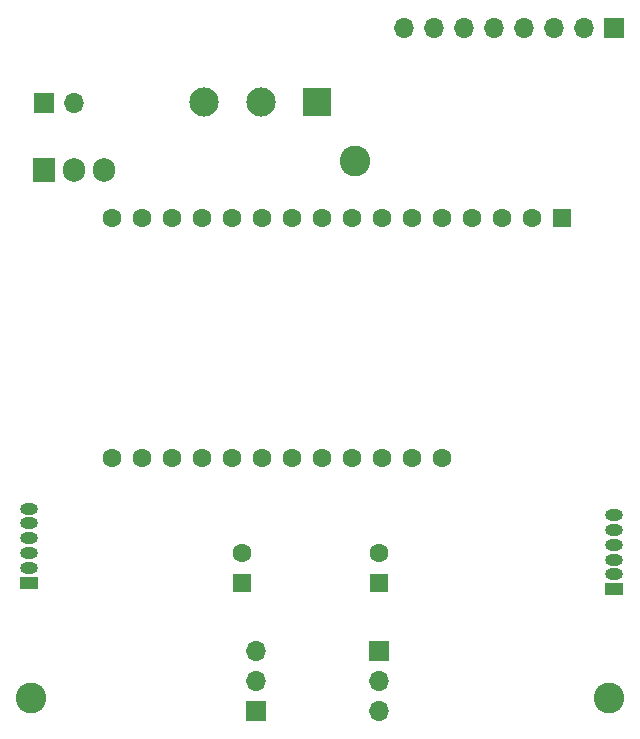
<source format=gbr>
%TF.GenerationSoftware,KiCad,Pcbnew,7.0.1*%
%TF.CreationDate,2023-04-23T15:33:48-04:00*%
%TF.ProjectId,board_v2,626f6172-645f-4763-922e-6b696361645f,rev?*%
%TF.SameCoordinates,Original*%
%TF.FileFunction,Soldermask,Bot*%
%TF.FilePolarity,Negative*%
%FSLAX46Y46*%
G04 Gerber Fmt 4.6, Leading zero omitted, Abs format (unit mm)*
G04 Created by KiCad (PCBNEW 7.0.1) date 2023-04-23 15:33:48*
%MOMM*%
%LPD*%
G01*
G04 APERTURE LIST*
%ADD10R,1.700000X1.700000*%
%ADD11O,1.700000X1.700000*%
%ADD12C,2.600000*%
%ADD13R,1.600000X1.600000*%
%ADD14C,1.600000*%
%ADD15O,1.500000X1.000000*%
%ADD16R,1.500000X1.000000*%
%ADD17R,2.475000X2.475000*%
%ADD18C,2.475000*%
%ADD19O,1.905000X2.000000*%
%ADD20R,1.905000X2.000000*%
G04 APERTURE END LIST*
D10*
%TO.C,J1*%
X104140000Y-68580000D03*
D11*
X106680000Y-68580000D03*
%TD*%
D12*
%TO.C,REF\u002A\u002A*%
X152000000Y-119000000D03*
%TD*%
%TO.C,REF\u002A\u002A*%
X130500000Y-73500000D03*
%TD*%
%TO.C,REF\u002A\u002A*%
X103000000Y-119000000D03*
%TD*%
D13*
%TO.C,A1*%
X148013508Y-78343477D03*
D14*
X145473508Y-78343477D03*
X142933508Y-78343477D03*
X140393508Y-78343477D03*
X137853508Y-78343477D03*
X135313508Y-78343477D03*
X132773508Y-78343477D03*
X130233508Y-78343477D03*
X127693508Y-78343477D03*
X125153508Y-78343477D03*
X122613508Y-78343477D03*
X120073508Y-78343477D03*
X117533508Y-78343477D03*
X114993508Y-78343477D03*
X112453508Y-78343477D03*
X109913508Y-78343477D03*
X109913508Y-98663477D03*
X112453508Y-98663477D03*
X114993508Y-98663477D03*
X117533508Y-98663477D03*
X120073508Y-98663477D03*
X122613508Y-98663477D03*
X125153508Y-98663477D03*
X127693508Y-98663477D03*
X130233508Y-98663477D03*
X132773508Y-98663477D03*
X135313508Y-98663477D03*
X137853508Y-98663477D03*
%TD*%
%TO.C,C12*%
X132459504Y-106720000D03*
D13*
X132459504Y-109220000D03*
%TD*%
D15*
%TO.C,J2*%
X102870000Y-102970000D03*
X102870000Y-104220000D03*
X102870000Y-105470000D03*
X102870000Y-106720000D03*
X102870000Y-107970000D03*
D16*
X102870000Y-109220000D03*
%TD*%
D10*
%TO.C,U2*%
X152400000Y-62230000D03*
D11*
X149860000Y-62230000D03*
X147320000Y-62230000D03*
X144780000Y-62230000D03*
X142240000Y-62230000D03*
X139700000Y-62230000D03*
X137160000Y-62230000D03*
X134620000Y-62230000D03*
%TD*%
D14*
%TO.C,C6*%
X120903131Y-106743475D03*
D13*
X120903131Y-109243475D03*
%TD*%
D11*
%TO.C,J4*%
X132458022Y-120129395D03*
X132458022Y-117589395D03*
D10*
X132458022Y-115049395D03*
%TD*%
D15*
%TO.C,J3*%
X152352665Y-103523443D03*
X152352665Y-104773443D03*
X152352665Y-106023443D03*
X152352665Y-107273443D03*
X152352665Y-108523443D03*
D16*
X152352665Y-109773443D03*
%TD*%
D10*
%TO.C,J6*%
X122082486Y-120126085D03*
D11*
X122082486Y-117586085D03*
X122082486Y-115046085D03*
%TD*%
D17*
%TO.C,SW1*%
X127215471Y-68548518D03*
D18*
X122465471Y-68548518D03*
X117715471Y-68548518D03*
%TD*%
D19*
%TO.C,U1*%
X109220000Y-74295000D03*
X106680000Y-74295000D03*
D20*
X104140000Y-74295000D03*
%TD*%
M02*

</source>
